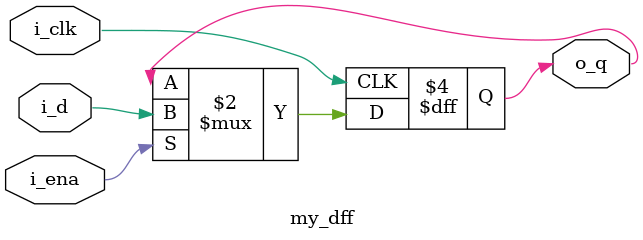
<source format=v>
`timescale 1ns / 1ps
module my_dff(
    input i_clk,
    input i_ena,
    input i_d,
    output reg o_q
    );
	 
	 always @(posedge i_clk) begin
		if (i_ena) o_q <= i_d;
	 end

endmodule

</source>
